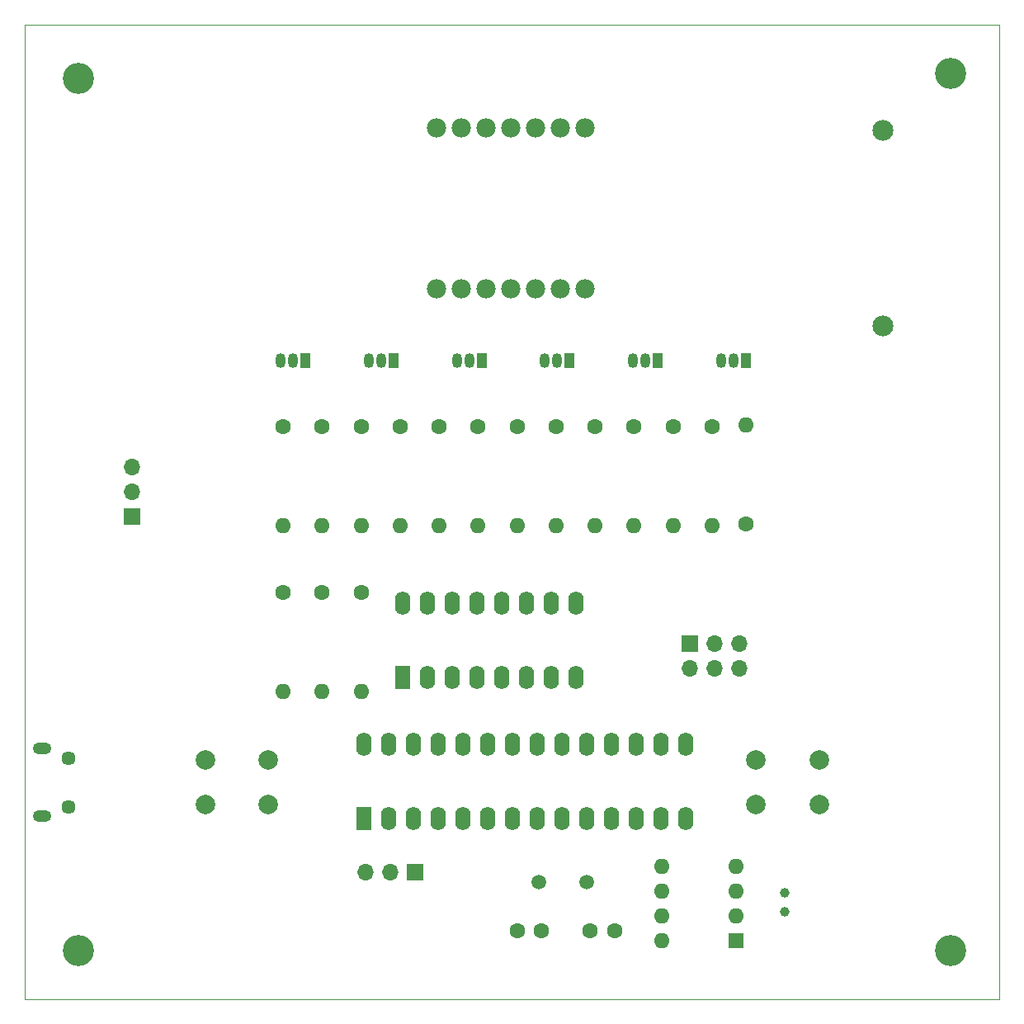
<source format=gbr>
G04 #@! TF.GenerationSoftware,KiCad,Pcbnew,5.1.6-c6e7f7d~87~ubuntu18.04.1*
G04 #@! TF.CreationDate,2020-10-04T00:16:17+02:00*
G04 #@! TF.ProjectId,PicoThermo,5069636f-5468-4657-926d-6f2e6b696361,rev?*
G04 #@! TF.SameCoordinates,Original*
G04 #@! TF.FileFunction,Soldermask,Bot*
G04 #@! TF.FilePolarity,Negative*
%FSLAX46Y46*%
G04 Gerber Fmt 4.6, Leading zero omitted, Abs format (unit mm)*
G04 Created by KiCad (PCBNEW 5.1.6-c6e7f7d~87~ubuntu18.04.1) date 2020-10-04 00:16:17*
%MOMM*%
%LPD*%
G01*
G04 APERTURE LIST*
G04 #@! TA.AperFunction,Profile*
%ADD10C,0.100000*%
G04 #@! TD*
%ADD11C,3.200000*%
%ADD12C,1.000000*%
%ADD13C,1.500000*%
%ADD14R,1.050000X1.500000*%
%ADD15O,1.050000X1.500000*%
%ADD16O,1.600000X1.600000*%
%ADD17R,1.600000X1.600000*%
%ADD18O,1.600000X2.400000*%
%ADD19R,1.600000X2.400000*%
%ADD20C,2.000000*%
%ADD21C,1.600000*%
%ADD22C,1.981200*%
%ADD23O,1.700000X1.700000*%
%ADD24R,1.700000X1.700000*%
%ADD25O,1.900000X1.200000*%
%ADD26C,1.450000*%
%ADD27C,2.151380*%
G04 APERTURE END LIST*
D10*
X95000000Y-125000000D02*
X95000000Y-25000000D01*
X195000000Y-125000000D02*
X95000000Y-125000000D01*
X195000000Y-25000000D02*
X195000000Y-125000000D01*
X95000000Y-25000000D02*
X195000000Y-25000000D01*
D11*
G04 #@! TO.C,REF\u002A\u002A*
X100500000Y-120000000D03*
G04 #@! TD*
G04 #@! TO.C,REF\u002A\u002A*
X190000000Y-120000000D03*
G04 #@! TD*
G04 #@! TO.C,REF\u002A\u002A*
X190000000Y-30000000D03*
G04 #@! TD*
G04 #@! TO.C,REF\u002A\u002A*
X100500000Y-30500000D03*
G04 #@! TD*
D12*
G04 #@! TO.C,Y2*
X173000000Y-114100000D03*
X173000000Y-116000000D03*
G04 #@! TD*
D13*
G04 #@! TO.C,Y1*
X152630000Y-113000000D03*
X147750000Y-113000000D03*
G04 #@! TD*
D14*
G04 #@! TO.C,U5*
X123750000Y-59500000D03*
D15*
X121210000Y-59500000D03*
X122480000Y-59500000D03*
G04 #@! TD*
D16*
G04 #@! TO.C,U3*
X160380000Y-119000000D03*
X168000000Y-111380000D03*
X160380000Y-116460000D03*
X168000000Y-113920000D03*
X160380000Y-113920000D03*
X168000000Y-116460000D03*
X160380000Y-111380000D03*
D17*
X168000000Y-119000000D03*
G04 #@! TD*
D18*
G04 #@! TO.C,U2*
X133750000Y-84380000D03*
X151530000Y-92000000D03*
X136290000Y-84380000D03*
X148990000Y-92000000D03*
X138830000Y-84380000D03*
X146450000Y-92000000D03*
X141370000Y-84380000D03*
X143910000Y-92000000D03*
X143910000Y-84380000D03*
X141370000Y-92000000D03*
X146450000Y-84380000D03*
X138830000Y-92000000D03*
X148990000Y-84380000D03*
X136290000Y-92000000D03*
X151530000Y-84380000D03*
D19*
X133750000Y-92000000D03*
G04 #@! TD*
D18*
G04 #@! TO.C,U1*
X129750000Y-98880000D03*
X162770000Y-106500000D03*
X132290000Y-98880000D03*
X160230000Y-106500000D03*
X134830000Y-98880000D03*
X157690000Y-106500000D03*
X137370000Y-98880000D03*
X155150000Y-106500000D03*
X139910000Y-98880000D03*
X152610000Y-106500000D03*
X142450000Y-98880000D03*
X150070000Y-106500000D03*
X144990000Y-98880000D03*
X147530000Y-106500000D03*
X147530000Y-98880000D03*
X144990000Y-106500000D03*
X150070000Y-98880000D03*
X142450000Y-106500000D03*
X152610000Y-98880000D03*
X139910000Y-106500000D03*
X155150000Y-98880000D03*
X137370000Y-106500000D03*
X157690000Y-98880000D03*
X134830000Y-106500000D03*
X160230000Y-98880000D03*
X132290000Y-106500000D03*
X162770000Y-98880000D03*
D19*
X129750000Y-106500000D03*
G04 #@! TD*
D20*
G04 #@! TO.C,SW2*
X120000000Y-100500000D03*
X120000000Y-105000000D03*
X113500000Y-100500000D03*
X113500000Y-105000000D03*
G04 #@! TD*
G04 #@! TO.C,SW1*
X176500000Y-100500000D03*
X176500000Y-105000000D03*
X170000000Y-100500000D03*
X170000000Y-105000000D03*
G04 #@! TD*
D16*
G04 #@! TO.C,R14*
X133500000Y-76410000D03*
D21*
X133500000Y-66250000D03*
G04 #@! TD*
D16*
G04 #@! TO.C,R13*
X145500000Y-76410000D03*
D21*
X145500000Y-66250000D03*
G04 #@! TD*
D16*
G04 #@! TO.C,R12*
X141500000Y-76410000D03*
D21*
X141500000Y-66250000D03*
G04 #@! TD*
D16*
G04 #@! TO.C,R11*
X137500000Y-76410000D03*
D21*
X137500000Y-66250000D03*
G04 #@! TD*
D16*
G04 #@! TO.C,R10*
X129500000Y-76410000D03*
D21*
X129500000Y-66250000D03*
G04 #@! TD*
D16*
G04 #@! TO.C,R9*
X125500000Y-76410000D03*
D21*
X125500000Y-66250000D03*
G04 #@! TD*
D16*
G04 #@! TO.C,R8*
X121500000Y-76410000D03*
D21*
X121500000Y-66250000D03*
G04 #@! TD*
D16*
G04 #@! TO.C,R3*
X125500000Y-93410000D03*
D21*
X125500000Y-83250000D03*
G04 #@! TD*
D16*
G04 #@! TO.C,R2*
X129500000Y-93410000D03*
D21*
X129500000Y-83250000D03*
G04 #@! TD*
D22*
G04 #@! TO.C,LED1*
X137260000Y-35620000D03*
X139800000Y-35620000D03*
X142340000Y-35620000D03*
X144880000Y-35620000D03*
X147420000Y-35620000D03*
X149960000Y-35620000D03*
X152500000Y-35620000D03*
X152500000Y-52080000D03*
X149960000Y-52080000D03*
X147420000Y-52080000D03*
X144880000Y-52080000D03*
X142340000Y-52080000D03*
X139800000Y-52080000D03*
X137260000Y-52080000D03*
G04 #@! TD*
D23*
G04 #@! TO.C,J4*
X106000000Y-70420000D03*
X106000000Y-72960000D03*
D24*
X106000000Y-75500000D03*
G04 #@! TD*
D23*
G04 #@! TO.C,J3*
X129920000Y-112000000D03*
X132460000Y-112000000D03*
D24*
X135000000Y-112000000D03*
G04 #@! TD*
D23*
G04 #@! TO.C,J2*
X168330000Y-91040000D03*
X168330000Y-88500000D03*
X165790000Y-91040000D03*
X165790000Y-88500000D03*
X163250000Y-91040000D03*
D24*
X163250000Y-88500000D03*
G04 #@! TD*
D25*
G04 #@! TO.C,J1*
X96762500Y-106250000D03*
X96762500Y-99250000D03*
D26*
X99462500Y-105250000D03*
X99462500Y-100250000D03*
G04 #@! TD*
D21*
G04 #@! TO.C,C2*
X155500000Y-118000000D03*
X153000000Y-118000000D03*
G04 #@! TD*
G04 #@! TO.C,C1*
X145500000Y-118000000D03*
X148000000Y-118000000D03*
G04 #@! TD*
D27*
G04 #@! TO.C,BT1*
X183000000Y-55898320D03*
X183000000Y-35900900D03*
G04 #@! TD*
D16*
G04 #@! TO.C,R17*
X169000000Y-66090000D03*
D21*
X169000000Y-76250000D03*
G04 #@! TD*
D16*
G04 #@! TO.C,R16*
X165500000Y-76410000D03*
D21*
X165500000Y-66250000D03*
G04 #@! TD*
D16*
G04 #@! TO.C,R7*
X153500000Y-76410000D03*
D21*
X153500000Y-66250000D03*
G04 #@! TD*
D16*
G04 #@! TO.C,R6*
X157500000Y-76410000D03*
D21*
X157500000Y-66250000D03*
G04 #@! TD*
D16*
G04 #@! TO.C,R5*
X161500000Y-76410000D03*
D21*
X161500000Y-66250000D03*
G04 #@! TD*
D16*
G04 #@! TO.C,R4*
X149500000Y-76410000D03*
D21*
X149500000Y-66250000D03*
G04 #@! TD*
D16*
G04 #@! TO.C,R1*
X121500000Y-93410000D03*
D21*
X121500000Y-83250000D03*
G04 #@! TD*
D14*
G04 #@! TO.C,Q5*
X169000000Y-59500000D03*
D15*
X166460000Y-59500000D03*
X167730000Y-59500000D03*
G04 #@! TD*
D14*
G04 #@! TO.C,Q4*
X141850000Y-59500000D03*
D15*
X139310000Y-59500000D03*
X140580000Y-59500000D03*
G04 #@! TD*
D14*
G04 #@! TO.C,Q3*
X150900000Y-59500000D03*
D15*
X148360000Y-59500000D03*
X149630000Y-59500000D03*
G04 #@! TD*
D14*
G04 #@! TO.C,Q2*
X159950000Y-59500000D03*
D15*
X157410000Y-59500000D03*
X158680000Y-59500000D03*
G04 #@! TD*
D14*
G04 #@! TO.C,Q1*
X132800000Y-59500000D03*
D15*
X130260000Y-59500000D03*
X131530000Y-59500000D03*
G04 #@! TD*
M02*

</source>
